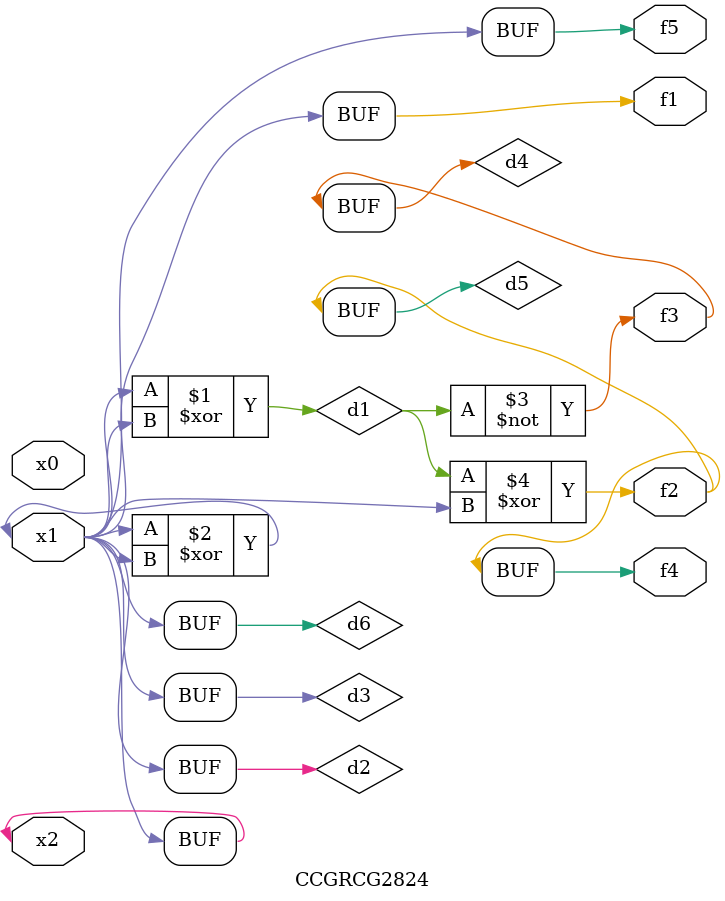
<source format=v>
module CCGRCG2824(
	input x0, x1, x2,
	output f1, f2, f3, f4, f5
);

	wire d1, d2, d3, d4, d5, d6;

	xor (d1, x1, x2);
	buf (d2, x1, x2);
	xor (d3, x1, x2);
	nor (d4, d1);
	xor (d5, d1, d2);
	buf (d6, d2, d3);
	assign f1 = d6;
	assign f2 = d5;
	assign f3 = d4;
	assign f4 = d5;
	assign f5 = d6;
endmodule

</source>
